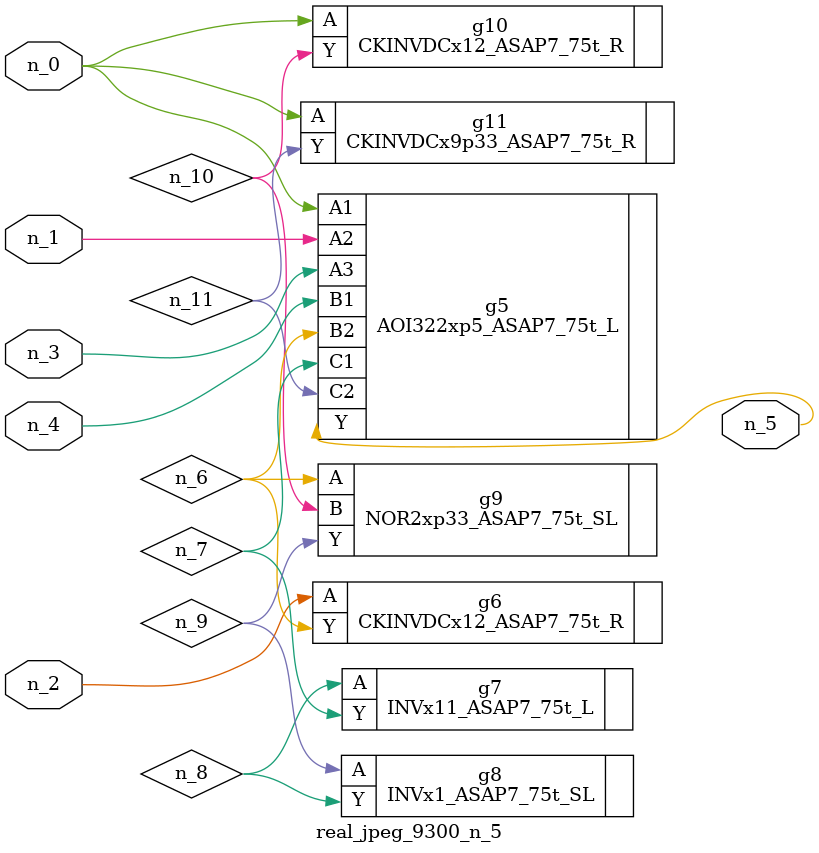
<source format=v>
module real_jpeg_9300_n_5 (n_4, n_0, n_1, n_2, n_3, n_5);

input n_4;
input n_0;
input n_1;
input n_2;
input n_3;

output n_5;

wire n_8;
wire n_11;
wire n_6;
wire n_7;
wire n_10;
wire n_9;

AOI322xp5_ASAP7_75t_L g5 ( 
.A1(n_0),
.A2(n_1),
.A3(n_3),
.B1(n_4),
.B2(n_6),
.C1(n_7),
.C2(n_11),
.Y(n_5)
);

CKINVDCx12_ASAP7_75t_R g10 ( 
.A(n_0),
.Y(n_10)
);

CKINVDCx9p33_ASAP7_75t_R g11 ( 
.A(n_0),
.Y(n_11)
);

CKINVDCx12_ASAP7_75t_R g6 ( 
.A(n_2),
.Y(n_6)
);

NOR2xp33_ASAP7_75t_SL g9 ( 
.A(n_6),
.B(n_10),
.Y(n_9)
);

INVx11_ASAP7_75t_L g7 ( 
.A(n_8),
.Y(n_7)
);

INVx1_ASAP7_75t_SL g8 ( 
.A(n_9),
.Y(n_8)
);


endmodule
</source>
